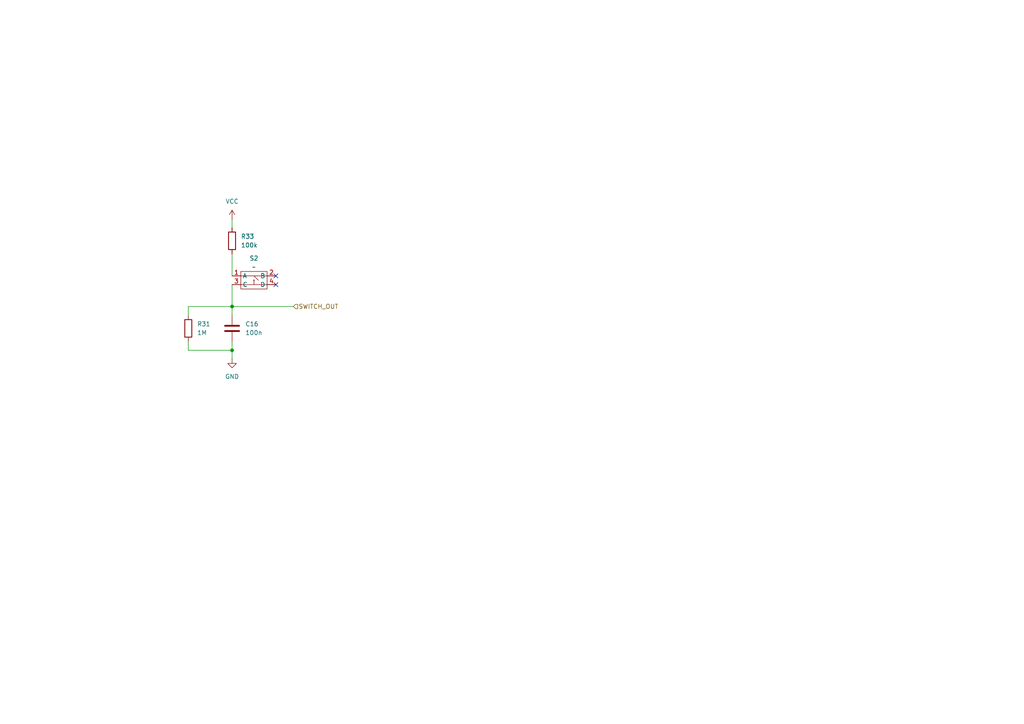
<source format=kicad_sch>
(kicad_sch (version 20231120) (generator "eeschema") (generator_version "8.0")
  (paper "A4")
  (lib_symbols
    (symbol "Device:C" (pin_numbers hide) (pin_names (offset 0.254))
      (property "Reference" "C" (at 0.635 2.54 0))
      (property "Value" "C" (at 0.635 -2.54 0))
      (symbol "C_0_1"
        (polyline (pts (xy -2.032 -0.762) (xy 2.032 -0.762)) (stroke (width 0.508)))
        (polyline (pts (xy -2.032 0.762) (xy 2.032 0.762)) (stroke (width 0.508)))
      )
      (symbol "C_1_1"
        (pin passive line (at 0 3.81 270) (length 2.794) (name "~") (number "1"))
        (pin passive line (at 0 -3.81 90) (length 2.794) (name "~") (number "2"))
      )
    )
    (symbol "Device:R" (pin_numbers hide) (pin_names (offset 0))
      (property "Reference" "R" (at 2.032 0 90))
      (property "Value" "R" (at 0 0 90))
      (symbol "R_0_1"
        (rectangle (start -1.016 -2.54) (end 1.016 2.54) (stroke (width 0.254)))
      )
      (symbol "R_1_1"
        (pin passive line (at 0 3.81 270) (length 1.27) (name "~") (number "1"))
        (pin passive line (at 0 -3.81 90) (length 1.27) (name "~") (number "2"))
      )
    )
    (symbol "New_Library:switch"
      (property "Reference" "S" (at 0 5.08 0))
      (symbol "switch_0_1"
        (rectangle (start -3.81 2.54) (end 3.81 -2.54))
        (circle (center 0 0) (radius 0.0001))
        (polyline (pts (xy -3.81 -1.27) (xy 3.81 -1.27)))
        (polyline (pts (xy -3.81 1.27) (xy 3.81 1.27)))
        (polyline (pts (xy 0 0) (xy 0 -1.27)))
        (polyline (pts (xy 0 1.27) (xy 1.27 0)))
        (circle (center 0 0) (radius 0.1))
      )
      (symbol "switch_1_1"
        (pin input line (at -6.35 1.27 0) (length 2.54) (name "A") (number "1"))
        (pin input line (at 6.35 1.27 180) (length 2.54) (name "B") (number "2"))
        (pin input line (at -6.35 -1.27 0) (length 2.54) (name "C") (number "3"))
        (pin input line (at 6.35 -1.27 180) (length 2.54) (name "D") (number "4"))
      )
    )
    (symbol "power:GND" (power) (pin_numbers hide) (pin_names (offset 0) hide)
      (property "Value" "GND" (at 0 -3.81 0))
      (symbol "GND_0_1"
        (polyline (pts (xy 0 0) (xy 0 -1.27) (xy 1.27 -1.27) (xy 0 -2.54) (xy -1.27 -1.27) (xy 0 -1.27)))
      )
      (symbol "GND_1_1"
        (pin power_in line (at 0 0 270) (length 0) (name "~") (number "1"))
      )
    )
    (symbol "power:VCC" (power) (pin_numbers hide) (pin_names (offset 0) hide)
      (property "Value" "VCC" (at 0 3.556 0))
      (symbol "VCC_0_1"
        (polyline (pts (xy -0.762 1.27) (xy 0 2.54)))
        (polyline (pts (xy 0 0) (xy 0 2.54)))
        (polyline (pts (xy 0 2.54) (xy 0.762 1.27)))
      )
      (symbol "VCC_1_1"
        (pin power_in line (at 0 0 90) (length 0) (name "~") (number "1"))
      )
    )
  )
  (junction (at 67.31 88.9))
  (junction (at 67.31 101.6))
  (no_connect (at 80.01 80.01))
  (no_connect (at 80.01 82.55))
  (wire (pts (xy 67.31 63.5) (xy 67.31 66.04)))
  (wire (pts (xy 54.61 99.06) (xy 54.61 101.6)))
  (wire (pts (xy 67.31 99.06) (xy 67.31 101.6)))
  (wire (pts (xy 67.31 82.55) (xy 67.31 88.9)))
  (wire (pts (xy 67.31 101.6) (xy 67.31 104.14)))
  (wire (pts (xy 54.61 88.9) (xy 54.61 91.44)))
  (wire (pts (xy 67.31 88.9) (xy 67.31 91.44)))
  (wire (pts (xy 67.31 88.9) (xy 85.09 88.9)))
  (wire (pts (xy 67.31 73.66) (xy 67.31 80.01)))
  (wire (pts (xy 54.61 101.6) (xy 67.31 101.6)))
  (wire (pts (xy 67.31 88.9) (xy 54.61 88.9)))
  (hierarchical_label "SWITCH_OUT" (shape input) (at 85.09 88.9 0))
  (symbol (lib_id "New_Library:switch") (at 73.66 81.28 0) (unit 1)
    (property "Reference" "S2" (at 73.66 74.93 0))
    (property "Value" "~" (at 73.66 77.47 0))
    (property "Footprint" "symbol_lib:TS-1187A-B-A-B_switch" (effects (hide yes)))
    (property "Datasheet" "https://www.lcsc.com/product-detail/Tactile-Switches_XKB-Connection-TS-1187A-B-A-B_C318884.html?s_z=n_ts-11-87a" (effects (hide yes)))
    (instances (project "" (path "" (reference "S2") (unit 1)) (path "" (reference "S3") (unit 1)) (path "" (reference "S1") (unit 1))))
  )
  (symbol (lib_id "Device:R") (at 67.31 69.85 0) (unit 1)
    (property "Reference" "R33" (at 69.85 68.5799 0) (effects (justify left)))
    (property "Value" "100k" (at 69.85 71.1199 0) (effects (justify left)))
    (property "Description" "Resistor" (effects (hide yes)))
    (instances (project "vario_kicad" (path "" (reference "R33") (unit 1)) (path "" (reference "R35") (unit 1)) (path "" (reference "R32") (unit 1))))
  )
  (symbol (lib_id "power:GND") (at 67.31 104.14 0) (unit 1)
    (property "Reference" "#PWR39" (effects (hide yes)))
    (property "Value" "GND" (at 67.31 109.22 0))
    (property "Description" "Power symbol creates a global label with name \"GND\" , ground" (effects (hide yes)))
    (instances (project "vario_kicad" (path "" (reference "#PWR39") (unit 1)) (path "" (reference "#PWR41") (unit 1)) (path "" (reference "#PWR38") (unit 1))))
  )
  (symbol (lib_id "Device:R") (at 54.61 95.25 0) (unit 1)
    (property "Reference" "R31" (at 57.15 93.9799 0) (effects (justify left)))
    (property "Value" "1M" (at 57.15 96.5199 0) (effects (justify left)))
    (property "Description" "Resistor" (effects (hide yes)))
    (instances (project "vario_kicad" (path "" (reference "R31") (unit 1)) (path "" (reference "R34") (unit 1)) (path "" (reference "R30") (unit 1))))
  )
  (symbol (lib_id "power:VCC") (at 67.31 63.5 0) (unit 1)
    (property "Reference" "#PWR37" (effects (hide yes)))
    (property "Value" "VCC" (at 67.31 58.42 0))
    (property "Description" "Power symbol creates a global label with name \"VCC\"" (effects (hide yes)))
    (instances (project "vario_kicad" (path "" (reference "#PWR37") (unit 1)) (path "" (reference "#PWR40") (unit 1)) (path "" (reference "#PWR36") (unit 1))))
  )
  (symbol (lib_id "Device:C") (at 67.31 95.25 0) (unit 1)
    (property "Reference" "C16" (at 71.12 93.9799 0) (effects (justify left)))
    (property "Value" "100n" (at 71.12 96.5199 0) (effects (justify left)))
    (property "Footprint" "Capacitor_SMD:C_0603_1608Metric" (effects (hide yes)))
    (property "Description" "Unpolarized capacitor" (effects (hide yes)))
    (instances (project "vario_kicad" (path "" (reference "C16") (unit 1)) (path "" (reference "C17") (unit 1)) (path "" (reference "C15") (unit 1))))
  )
)
</source>
